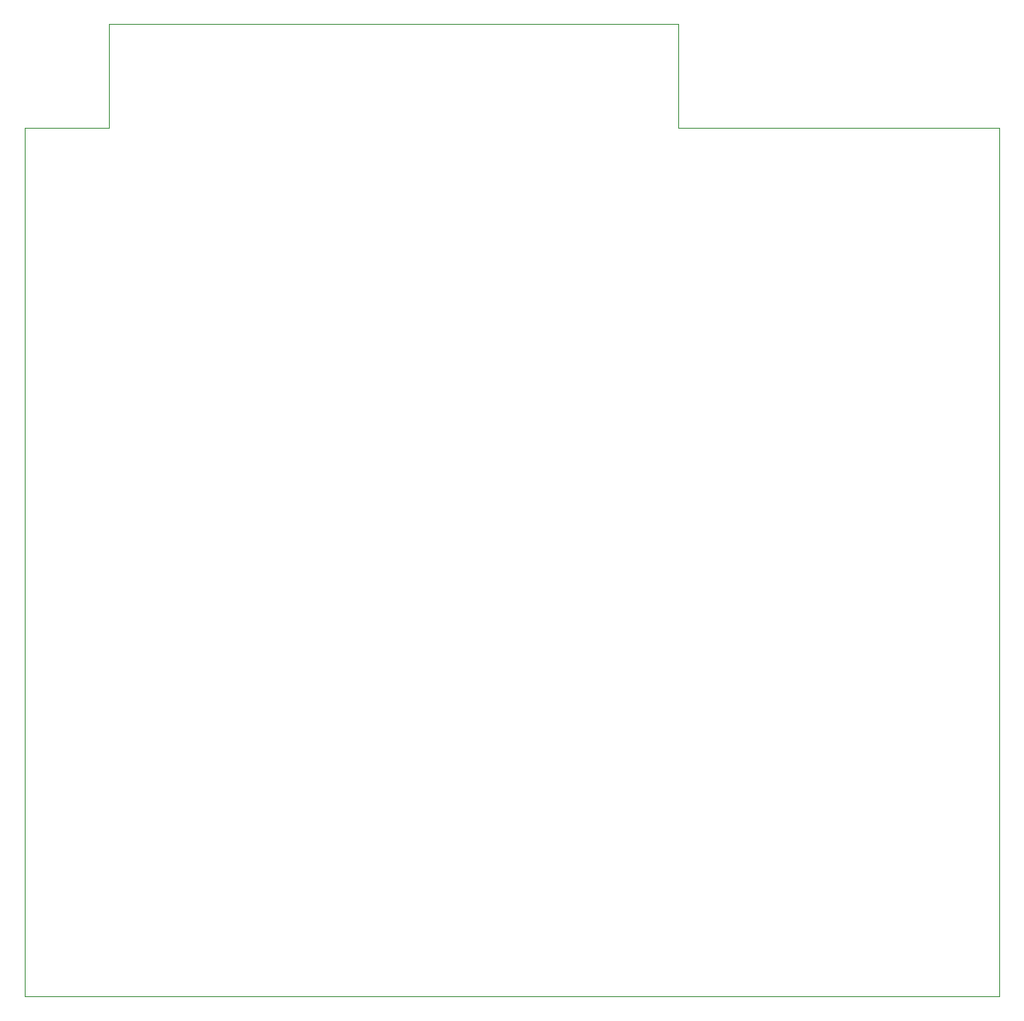
<source format=gm1>
G04 #@! TF.GenerationSoftware,KiCad,Pcbnew,(5.1.9)-1*
G04 #@! TF.CreationDate,2022-06-04T11:55:27+09:00*
G04 #@! TF.ProjectId,mz-2000,6d7a2d32-3030-4302-9e6b-696361645f70,rev?*
G04 #@! TF.SameCoordinates,PX2faf080PY93d1cc0*
G04 #@! TF.FileFunction,Profile,NP*
%FSLAX46Y46*%
G04 Gerber Fmt 4.6, Leading zero omitted, Abs format (unit mm)*
G04 Created by KiCad (PCBNEW (5.1.9)-1) date 2022-06-04 11:55:27*
%MOMM*%
%LPD*%
G01*
G04 APERTURE LIST*
G04 #@! TA.AperFunction,Profile*
%ADD10C,0.050000*%
G04 #@! TD*
G04 APERTURE END LIST*
D10*
X8636000Y89154000D02*
X8636000Y99822000D01*
X0Y89154000D02*
X8636000Y89154000D01*
X67056000Y89154000D02*
X67056000Y99822000D01*
X100000000Y89154000D02*
X67056000Y89154000D01*
X0Y89154000D02*
X0Y0D01*
X67056000Y99822000D02*
X8636000Y99822000D01*
X100000000Y0D02*
X100000000Y89154000D01*
X0Y0D02*
X100000000Y0D01*
M02*

</source>
